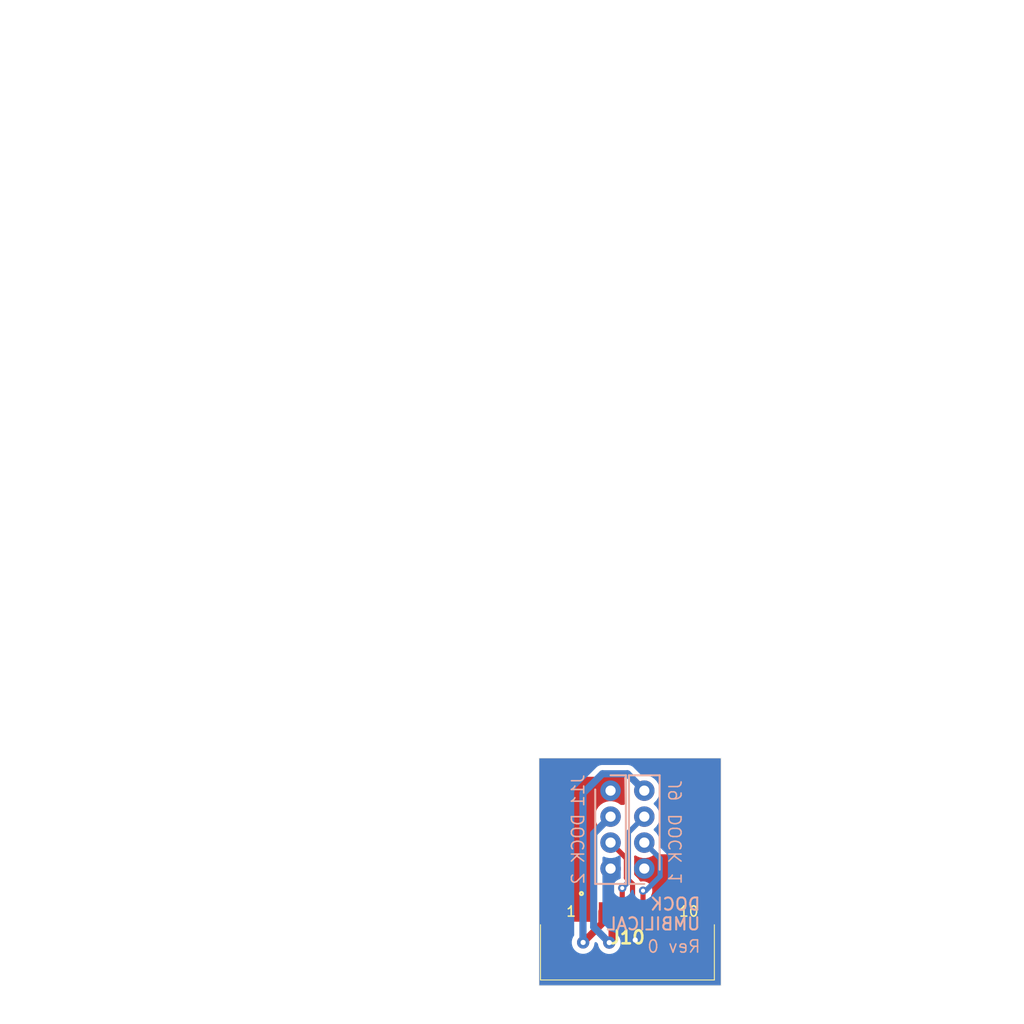
<source format=kicad_pcb>
(kicad_pcb (version 20171130) (host pcbnew "(5.1.9)-1")

  (general
    (thickness 1.6)
    (drawings 13)
    (tracks 41)
    (zones 0)
    (modules 3)
    (nets 9)
  )

  (page A4)
  (layers
    (0 F.Cu signal)
    (31 B.Cu signal)
    (32 B.Adhes user)
    (33 F.Adhes user)
    (34 B.Paste user)
    (35 F.Paste user)
    (36 B.SilkS user)
    (37 F.SilkS user)
    (38 B.Mask user)
    (39 F.Mask user)
    (40 Dwgs.User user)
    (41 Cmts.User user)
    (42 Eco1.User user)
    (43 Eco2.User user)
    (44 Edge.Cuts user)
    (45 Margin user)
    (46 B.CrtYd user)
    (47 F.CrtYd user)
    (48 B.Fab user)
    (49 F.Fab user)
  )

  (setup
    (last_trace_width 0.7)
    (user_trace_width 0.5)
    (user_trace_width 0.7)
    (user_trace_width 0.8)
    (user_trace_width 0.9)
    (user_trace_width 1)
    (user_trace_width 1.5)
    (user_trace_width 1.9)
    (user_trace_width 2)
    (user_trace_width 3)
    (user_trace_width 4)
    (trace_clearance 0.3)
    (zone_clearance 0.508)
    (zone_45_only no)
    (trace_min 0.2)
    (via_size 0.8)
    (via_drill 0.4)
    (via_min_size 0.4)
    (via_min_drill 0.3)
    (user_via 1.2 0.5)
    (user_via 2 1)
    (user_via 3 1.5)
    (user_via 4 2)
    (uvia_size 0.3)
    (uvia_drill 0.1)
    (uvias_allowed no)
    (uvia_min_size 0.2)
    (uvia_min_drill 0.1)
    (edge_width 0.05)
    (segment_width 0.2)
    (pcb_text_width 0.3)
    (pcb_text_size 1.5 1.5)
    (mod_edge_width 0.12)
    (mod_text_size 1 1)
    (mod_text_width 0.15)
    (pad_size 1.8 3.9)
    (pad_drill 0)
    (pad_to_mask_clearance 0)
    (aux_axis_origin 0 0)
    (visible_elements 7FFFFFFF)
    (pcbplotparams
      (layerselection 0x010fc_ffffffff)
      (usegerberextensions false)
      (usegerberattributes true)
      (usegerberadvancedattributes true)
      (creategerberjobfile true)
      (excludeedgelayer true)
      (linewidth 0.100000)
      (plotframeref false)
      (viasonmask false)
      (mode 1)
      (useauxorigin false)
      (hpglpennumber 1)
      (hpglpenspeed 20)
      (hpglpendiameter 15.000000)
      (psnegative false)
      (psa4output false)
      (plotreference true)
      (plotvalue true)
      (plotinvisibletext false)
      (padsonsilk false)
      (subtractmaskfromsilk false)
      (outputformat 1)
      (mirror false)
      (drillshape 1)
      (scaleselection 1)
      (outputdirectory ""))
  )

  (net 0 "")
  (net 1 /AUX0_2)
  (net 2 /3V3_2)
  (net 3 /GND1_2)
  (net 4 /24V_2)
  (net 5 /HEATER_OUT_2)
  (net 6 /THERM_OUT_2)
  (net 7 /GND_2)
  (net 8 /V_AUX0_2)

  (net_class Default "This is the default net class."
    (clearance 0.3)
    (trace_width 0.3)
    (via_dia 0.8)
    (via_drill 0.4)
    (uvia_dia 0.3)
    (uvia_drill 0.1)
    (add_net /24V_2)
    (add_net /3V3_2)
    (add_net /AUX0_2)
    (add_net /GND1_2)
    (add_net /GND_2)
    (add_net /HEATER_OUT_2)
    (add_net /THERM_OUT_2)
    (add_net /V_AUX0_2)
  )

  (module 0c-boards:ZF1-10-XX-ZZ-WT-TR (layer F.Cu) (tedit 6005BB57) (tstamp 60089AD0)
    (at 176.276 114.046)
    (descr ZF1-10-XX-ZZ-WT-TR)
    (tags Connector)
    (path /6008D6D2)
    (attr smd)
    (fp_text reference J10 (at 0 2.54) (layer F.SilkS)
      (effects (font (size 1.27 1.27) (thickness 0.254)))
    )
    (fp_text value ZF1-10-01-T-WT-TR (at 0 5.207) (layer F.Fab)
      (effects (font (size 1.27 1.27) (thickness 0.254)))
    )
    (fp_line (start -8.5 1.3) (end 8.5 1.3) (layer F.Fab) (width 0.2))
    (fp_line (start 8.5 1.3) (end 8.5 6.7) (layer F.Fab) (width 0.2))
    (fp_line (start 8.5 6.7) (end -8.5 6.7) (layer F.Fab) (width 0.2))
    (fp_line (start -8.5 6.7) (end -8.5 1.3) (layer F.Fab) (width 0.2))
    (fp_line (start 8.5 1.3) (end 8.5 6.7) (layer F.SilkS) (width 0.1))
    (fp_line (start 8.5 6.7) (end -8.5 6.7) (layer F.SilkS) (width 0.1))
    (fp_line (start -8.5 6.7) (end -8.5 1.3) (layer F.SilkS) (width 0.1))
    (fp_line (start -9.7 -2.85) (end 9.7 -2.85) (layer F.CrtYd) (width 0.05))
    (fp_line (start 9.7 -2.85) (end 9.7 7.9) (layer F.CrtYd) (width 0.05))
    (fp_line (start 9.7 7.9) (end -9.7 7.9) (layer F.CrtYd) (width 0.05))
    (fp_line (start -9.7 7.9) (end -9.7 -2.85) (layer F.CrtYd) (width 0.05))
    (fp_circle (center -4.5 -1.75) (end -4.5 -1.7) (layer F.SilkS) (width 0.2))
    (fp_text user 10 (at 6 0) (layer F.SilkS)
      (effects (font (size 1 1) (thickness 0.15)))
    )
    (fp_text user 1 (at -5.5 0) (layer F.SilkS)
      (effects (font (size 1 1) (thickness 0.15)))
    )
    (fp_text user %R (at 0 2.54) (layer F.Fab)
      (effects (font (size 1.27 1.27) (thickness 0.254)))
    )
    (pad 12 smd rect (at 7.1 2.54) (size 2.2 2.5) (layers F.Cu F.Paste F.Mask))
    (pad 11 smd rect (at -7.1 2.54) (size 2.2 2.5) (layers F.Cu F.Paste F.Mask))
    (pad 10 smd rect (at 4.5 0) (size 0.6 1.8) (layers F.Cu F.Paste F.Mask)
      (net 5 /HEATER_OUT_2))
    (pad 9 smd rect (at 3.5 0) (size 0.6 1.8) (layers F.Cu F.Paste F.Mask)
      (net 5 /HEATER_OUT_2))
    (pad 8 smd rect (at 2.5 0) (size 0.6 1.8) (layers F.Cu F.Paste F.Mask)
      (net 7 /GND_2))
    (pad 7 smd rect (at 1.5 0) (size 0.6 1.8) (layers F.Cu F.Paste F.Mask)
      (net 3 /GND1_2))
    (pad 6 smd rect (at 0.5 0) (size 0.6 1.8) (layers F.Cu F.Paste F.Mask)
      (net 6 /THERM_OUT_2))
    (pad 5 smd rect (at -0.5 0) (size 0.6 1.8) (layers F.Cu F.Paste F.Mask)
      (net 2 /3V3_2))
    (pad 4 smd rect (at -1.5 0) (size 0.6 1.8) (layers F.Cu F.Paste F.Mask)
      (net 8 /V_AUX0_2))
    (pad 3 smd rect (at -2.5 0) (size 0.6 1.8) (layers F.Cu F.Paste F.Mask)
      (net 1 /AUX0_2))
    (pad 2 smd rect (at -3.5 0) (size 0.6 1.8) (layers F.Cu F.Paste F.Mask)
      (net 4 /24V_2))
    (pad 1 smd rect (at -4.5 0) (size 0.6 1.8) (layers F.Cu F.Paste F.Mask)
      (net 4 /24V_2))
    (model "D:/Users/Dave/Documents/3D Printing/Cube Zero/Electronics/switcher/c-boards/c-boards.pretty/ZF1-10-01-T-WT-TR.stp"
      (offset (xyz 0 -6.7 1.5))
      (scale (xyz 1 1 1))
      (rotate (xyz -90 0 0))
    )
  )

  (module 0c-boards:811-S1-004-10-017101 (layer B.Cu) (tedit 60040630) (tstamp 600CD6DF)
    (at 174.625 106.045 270)
    (descr "Preci-Dip 8x1 Spring Pin Thru Hole 2.54mm Header")
    (path /6008CF04)
    (fp_text reference J11 (at -3.81 3.175 270) (layer B.SilkS)
      (effects (font (size 1.2 1.2) (thickness 0.15)) (justify mirror))
    )
    (fp_text value "DOCK 2" (at 1.905 3.175 90) (layer B.SilkS)
      (effects (font (size 1.2 1.2) (thickness 0.15)) (justify mirror))
    )
    (fp_line (start -3.92 1.5) (end 5.31 1.5) (layer B.SilkS) (width 0.2))
    (fp_line (start 5.31 1.5) (end 5.31 -1.5) (layer B.SilkS) (width 0.2))
    (fp_line (start 5.31 -1.5) (end -5.31 -1.5) (layer B.SilkS) (width 0.2))
    (fp_line (start -5.31 -1.5) (end -5.31 0) (layer B.SilkS) (width 0.2))
    (fp_line (start -5.06 1.25) (end 5.06 1.25) (layer B.CrtYd) (width 0.05))
    (fp_line (start 5.06 1.25) (end 5.06 -1.25) (layer B.CrtYd) (width 0.05))
    (fp_line (start 5.06 -1.25) (end -5.06 -1.25) (layer B.CrtYd) (width 0.05))
    (fp_line (start -5.06 -1.25) (end -5.06 1.25) (layer B.CrtYd) (width 0.05))
    (pad 1 thru_hole circle (at -3.81 0 270) (size 2 2) (drill 1) (layers *.Cu *.Mask)
      (net 4 /24V_2))
    (pad 2 thru_hole circle (at -1.27 0 270) (size 2 2) (drill 1) (layers *.Cu *.Mask)
      (net 8 /V_AUX0_2))
    (pad 3 thru_hole circle (at 1.27 0 270) (size 2 2) (drill 1) (layers *.Cu *.Mask)
      (net 6 /THERM_OUT_2))
    (pad 4 thru_hole circle (at 3.81 0 270) (size 2 2) (drill 1) (layers *.Cu *.Mask)
      (net 7 /GND_2))
    (model "D:/Users/Dave/Documents/3D Printing/Cube Zero/Electronics/switcher/c-boards/c-boards.pretty/811-S1-004-10-017.step"
      (offset (xyz -3.82 0 0))
      (scale (xyz 1 1 1))
      (rotate (xyz 0 0 0))
    )
  )

  (module 0c-boards:811-S1-004-10-017101 (layer B.Cu) (tedit 60040630) (tstamp 600CD6A2)
    (at 177.925 106.045 90)
    (descr "Preci-Dip 8x1 Spring Pin Thru Hole 2.54mm Header")
    (path /6008C108)
    (fp_text reference J9 (at 3.81 3.05 270) (layer B.SilkS)
      (effects (font (size 1.2 1.2) (thickness 0.15)) (justify mirror))
    )
    (fp_text value "DOCK 1" (at -1.905 3.05 90) (layer B.SilkS)
      (effects (font (size 1.2 1.2) (thickness 0.15)) (justify mirror))
    )
    (fp_line (start -3.92 1.5) (end 5.31 1.5) (layer B.SilkS) (width 0.2))
    (fp_line (start 5.31 1.5) (end 5.31 -1.5) (layer B.SilkS) (width 0.2))
    (fp_line (start 5.31 -1.5) (end -5.31 -1.5) (layer B.SilkS) (width 0.2))
    (fp_line (start -5.31 -1.5) (end -5.31 0) (layer B.SilkS) (width 0.2))
    (fp_line (start -5.06 1.25) (end 5.06 1.25) (layer B.CrtYd) (width 0.05))
    (fp_line (start 5.06 1.25) (end 5.06 -1.25) (layer B.CrtYd) (width 0.05))
    (fp_line (start 5.06 -1.25) (end -5.06 -1.25) (layer B.CrtYd) (width 0.05))
    (fp_line (start -5.06 -1.25) (end -5.06 1.25) (layer B.CrtYd) (width 0.05))
    (pad 1 thru_hole circle (at -3.81 0 90) (size 2 2) (drill 1) (layers *.Cu *.Mask)
      (net 5 /HEATER_OUT_2))
    (pad 2 thru_hole circle (at -1.27 0 90) (size 2 2) (drill 1) (layers *.Cu *.Mask)
      (net 3 /GND1_2))
    (pad 3 thru_hole circle (at 1.27 0 90) (size 2 2) (drill 1) (layers *.Cu *.Mask)
      (net 2 /3V3_2))
    (pad 4 thru_hole circle (at 3.81 0 90) (size 2 2) (drill 1) (layers *.Cu *.Mask)
      (net 1 /AUX0_2))
    (model "D:/Users/Dave/Documents/3D Printing/Cube Zero/Electronics/switcher/c-boards/c-boards.pretty/811-S1-004-10-017.step"
      (offset (xyz -3.82 0 0))
      (scale (xyz 1 1 1))
      (rotate (xyz 0 0 0))
    )
  )

  (gr_line (start 185.42 121.285) (end 185.42 99.06) (layer Edge.Cuts) (width 0.05) (tstamp 600D9106))
  (gr_line (start 167.64 121.285) (end 185.42 121.285) (layer Edge.Cuts) (width 0.05))
  (gr_line (start 167.64 99.06) (end 167.64 121.285) (layer Edge.Cuts) (width 0.05) (tstamp 600D92FB))
  (gr_line (start 185.42 99.06) (end 167.64 99.06) (layer Edge.Cuts) (width 0.05))
  (gr_text "CUBE ZERO" (at 183.515 120.015) (layer B.Mask) (tstamp 60095F5B)
    (effects (font (size 1.5 1.5) (thickness 0.2)) (justify left mirror))
  )
  (gr_line (start 115 25) (end 115 125) (layer Dwgs.User) (width 0.15) (tstamp 6009DBB7))
  (gr_line (start 115 125) (end 215 125) (layer Dwgs.User) (width 0.15))
  (gr_line (start 215 125) (end 215 25) (layer Dwgs.User) (width 0.15))
  (gr_line (start 215 25) (end 115 25) (layer Dwgs.User) (width 0.15) (tstamp 6009DBBA))
  (gr_poly (pts (xy 179.832 114.8715) (xy 179.832 113.1951) (xy 180.7972 113.1951) (xy 180.7972 114.8715)) (layer F.Mask) (width 0.1) (tstamp 60095F7C))
  (gr_poly (pts (xy 172.7835 113.1951) (xy 172.7835 114.8715) (xy 171.8183 114.8715) (xy 171.8183 113.1951)) (layer F.Mask) (width 0.1) (tstamp 60095F8E))
  (gr_text "Rev 0" (at 183.515 117.475) (layer B.SilkS) (tstamp 60095F5E)
    (effects (font (size 1.2 1.2) (thickness 0.15)) (justify left mirror))
  )
  (gr_text "DOCK\nUMBILICAL" (at 183.515 114.3) (layer B.SilkS) (tstamp 60095F61)
    (effects (font (size 1.2 1.2) (thickness 0.2)) (justify left mirror))
  )

  (segment (start 173.832999 100.584999) (end 171.927272 102.490726) (width 0.7) (layer B.Cu) (net 1))
  (segment (start 171.927272 102.490726) (end 171.927272 116.856725) (width 0.7) (layer B.Cu) (net 1) (tstamp 600D8F4B))
  (segment (start 176.274999 100.584999) (end 173.832999 100.584999) (width 0.7) (layer B.Cu) (net 1))
  (segment (start 177.925 102.235) (end 176.274999 100.584999) (width 0.7) (layer B.Cu) (net 1))
  (segment (start 173.776 115.245272) (end 171.942636 117.078636) (width 0.7) (layer F.Cu) (net 1))
  (segment (start 173.776 114.046) (end 173.776 115.245272) (width 0.7) (layer F.Cu) (net 1))
  (segment (start 171.927272 116.856725) (end 171.927272 117.063272) (width 0.7) (layer B.Cu) (net 1))
  (segment (start 171.942636 117.078636) (end 171.927272 117.094) (width 0.7) (layer F.Cu) (net 1) (tstamp 600D8E6F))
  (via (at 171.942636 117.078636) (size 1.2) (drill 0.5) (layers F.Cu B.Cu) (net 1))
  (via (at 175.768 111.76) (size 0.8) (drill 0.4) (layers F.Cu B.Cu) (net 2))
  (segment (start 176.374999 111.153001) (end 175.768 111.76) (width 0.5) (layer B.Cu) (net 2))
  (segment (start 176.374999 106.325001) (end 176.374999 111.153001) (width 0.5) (layer B.Cu) (net 2))
  (segment (start 177.925 104.775) (end 176.374999 106.325001) (width 0.5) (layer B.Cu) (net 2))
  (segment (start 175.768 114.038) (end 175.776 114.046) (width 0.5) (layer F.Cu) (net 2))
  (segment (start 175.768 111.76) (end 175.768 114.038) (width 0.5) (layer F.Cu) (net 2))
  (via (at 177.8 112.014) (size 0.8) (drill 0.4) (layers F.Cu B.Cu) (net 3))
  (segment (start 178.060002 112.014) (end 177.8 112.014) (width 0.5) (layer B.Cu) (net 3))
  (segment (start 179.475001 110.599001) (end 178.060002 112.014) (width 0.5) (layer B.Cu) (net 3))
  (segment (start 179.475001 108.865001) (end 179.475001 110.599001) (width 0.5) (layer B.Cu) (net 3))
  (segment (start 177.925 107.315) (end 179.475001 108.865001) (width 0.5) (layer B.Cu) (net 3))
  (segment (start 177.8 114.022) (end 177.776 114.046) (width 0.5) (layer F.Cu) (net 3))
  (segment (start 177.8 112.014) (end 177.8 114.022) (width 0.5) (layer F.Cu) (net 3))
  (segment (start 176.776 111.361998) (end 176.776 114.046) (width 0.5) (layer F.Cu) (net 6))
  (segment (start 176.175001 110.760999) (end 176.776 111.361998) (width 0.5) (layer F.Cu) (net 6))
  (segment (start 176.175001 108.865001) (end 176.175001 110.760999) (width 0.5) (layer F.Cu) (net 6))
  (segment (start 174.625 107.315) (end 176.175001 108.865001) (width 0.5) (layer F.Cu) (net 6))
  (segment (start 174.625 114.427) (end 177.038 116.84) (width 0.7) (layer B.Cu) (net 7))
  (segment (start 174.625 109.855) (end 174.625 114.427) (width 0.7) (layer B.Cu) (net 7))
  (segment (start 178.776 116.516213) (end 178.776 114.046) (width 0.7) (layer F.Cu) (net 7))
  (segment (start 178.452213 116.84) (end 178.776 116.516213) (width 0.7) (layer F.Cu) (net 7))
  (segment (start 177.038 116.84) (end 178.452213 116.84) (width 0.7) (layer F.Cu) (net 7))
  (segment (start 177.038 116.84) (end 177.038 116.84) (width 0.7) (layer B.Cu) (net 7) (tstamp 600D8E6B))
  (via (at 177.038 116.84) (size 1.2) (drill 0.5) (layers F.Cu B.Cu) (net 7))
  (segment (start 172.974999 106.425001) (end 172.974999 115.570999) (width 0.7) (layer B.Cu) (net 8))
  (segment (start 174.625 104.775) (end 172.974999 106.425001) (width 0.7) (layer B.Cu) (net 8))
  (segment (start 174.776 116.308) (end 174.776 114.046) (width 0.7) (layer F.Cu) (net 8))
  (segment (start 172.974999 115.570999) (end 174.498 117.094) (width 0.7) (layer B.Cu) (net 8))
  (segment (start 174.776 116.308) (end 174.776 116.816) (width 0.7) (layer F.Cu) (net 8))
  (segment (start 174.776 116.816) (end 174.498 117.094) (width 0.7) (layer F.Cu) (net 8))
  (segment (start 174.498 117.094) (end 174.498 117.094) (width 0.7) (layer B.Cu) (net 8) (tstamp 600D8E6D))
  (via (at 174.498 117.094) (size 1.2) (drill 0.5) (layers F.Cu B.Cu) (net 8))

  (zone (net 5) (net_name /HEATER_OUT_2) (layer F.Cu) (tstamp 0) (hatch edge 0.508)
    (connect_pads yes (clearance 0.508))
    (min_thickness 0.254)
    (fill yes (arc_segments 32) (thermal_gap 0.508) (thermal_bridge_width 0.508))
    (polygon
      (pts
        (xy 182.88 115.57) (xy 176.53 115.57) (xy 176.53 108.458) (xy 180.594 108.458) (xy 182.88 110.744)
      )
    )
    (filled_polygon
      (pts
        (xy 182.753 110.796606) (xy 182.753 114.697928) (xy 182.276 114.697928) (xy 182.151518 114.710188) (xy 182.03182 114.746498)
        (xy 181.921506 114.805463) (xy 181.824815 114.884815) (xy 181.745463 114.981506) (xy 181.686498 115.09182) (xy 181.650188 115.211518)
        (xy 181.637928 115.336) (xy 181.637928 115.443) (xy 179.761 115.443) (xy 179.761 113.99762) (xy 179.746747 113.852906)
        (xy 179.714072 113.74519) (xy 179.714072 113.146) (xy 179.701812 113.021518) (xy 179.665502 112.90182) (xy 179.606537 112.791506)
        (xy 179.527185 112.694815) (xy 179.430494 112.615463) (xy 179.32018 112.556498) (xy 179.200482 112.520188) (xy 179.076 112.507928)
        (xy 178.714751 112.507928) (xy 178.717205 112.504256) (xy 178.795226 112.315898) (xy 178.835 112.115939) (xy 178.835 111.912061)
        (xy 178.795226 111.712102) (xy 178.717205 111.523744) (xy 178.603937 111.354226) (xy 178.459774 111.210063) (xy 178.290256 111.096795)
        (xy 178.101898 111.018774) (xy 177.901939 110.979) (xy 177.698061 110.979) (xy 177.586622 111.001166) (xy 177.515411 110.867939)
        (xy 177.404817 110.733181) (xy 177.37105 110.705469) (xy 177.060001 110.394421) (xy 177.060001 108.908466) (xy 177.064282 108.865)
        (xy 177.060001 108.821534) (xy 177.060001 108.821524) (xy 177.04755 108.695104) (xy 177.150537 108.763918) (xy 177.448088 108.887168)
        (xy 177.763967 108.95) (xy 178.086033 108.95) (xy 178.401912 108.887168) (xy 178.699463 108.763918) (xy 178.967233 108.585)
        (xy 180.541394 108.585)
      )
    )
  )
  (zone (net 4) (net_name /24V_2) (layer F.Cu) (tstamp 600D8E82) (hatch edge 0.508)
    (connect_pads yes (clearance 0.508))
    (min_thickness 0.254)
    (fill yes (arc_segments 32) (thermal_gap 0.508) (thermal_bridge_width 0.508))
    (polygon
      (pts
        (xy 169.672 115.041629) (xy 173.228 115.062) (xy 173.334101 104.648) (xy 173.99 103.632) (xy 176.022 103.632)
        (xy 175.981257 100.878743) (xy 172.212 100.878743) (xy 169.672 103.378)
      )
    )
    (filled_polygon
      (pts
        (xy 175.893107 103.505) (xy 175.667233 103.505) (xy 175.399463 103.326082) (xy 175.101912 103.202832) (xy 174.786033 103.14)
        (xy 174.463967 103.14) (xy 174.148088 103.202832) (xy 173.850537 103.326082) (xy 173.582748 103.505013) (xy 173.355013 103.732748)
        (xy 173.176082 104.000537) (xy 173.052832 104.298088) (xy 172.99 104.613967) (xy 172.99 104.936033) (xy 173.052832 105.251912)
        (xy 173.176082 105.549463) (xy 173.197583 105.581641) (xy 173.187995 106.522708) (xy 173.176082 106.540537) (xy 173.052832 106.838088)
        (xy 172.99 107.153967) (xy 172.99 107.476033) (xy 173.052832 107.791912) (xy 173.172129 108.07992) (xy 173.161578 109.115553)
        (xy 173.052832 109.378088) (xy 172.99 109.693967) (xy 172.99 110.016033) (xy 173.052832 110.331912) (xy 173.146872 110.558945)
        (xy 173.125944 112.613091) (xy 173.121506 112.615463) (xy 173.024815 112.694815) (xy 172.945463 112.791506) (xy 172.886498 112.90182)
        (xy 172.850188 113.021518) (xy 172.837928 113.146) (xy 172.837928 113.745191) (xy 172.805253 113.852907) (xy 172.791 113.997621)
        (xy 172.791001 114.837271) (xy 172.69632 114.931952) (xy 170.756751 114.920841) (xy 170.727185 114.884815) (xy 170.630494 114.805463)
        (xy 170.52018 114.746498) (xy 170.400482 114.710188) (xy 170.276 114.697928) (xy 169.799 114.697928) (xy 169.799 103.431208)
        (xy 172.264005 101.005743) (xy 175.856123 101.005743)
      )
    )
  )
  (zone (net 7) (net_name /GND_2) (layer B.Cu) (tstamp 0) (hatch edge 0.508)
    (connect_pads yes (clearance 0.508))
    (min_thickness 0.254)
    (fill yes (arc_segments 32) (thermal_gap 0.508) (thermal_bridge_width 0.508))
    (polygon
      (pts
        (xy 185.42 121.285) (xy 167.64 121.285) (xy 167.64 99.06) (xy 185.42 99.06)
      )
    )
    (filled_polygon
      (pts
        (xy 185.293 121.158) (xy 167.767 121.158) (xy 167.767 116.956999) (xy 170.707636 116.956999) (xy 170.707636 117.200273)
        (xy 170.755096 117.438872) (xy 170.848193 117.663628) (xy 170.983349 117.865903) (xy 171.155369 118.037923) (xy 171.357644 118.173079)
        (xy 171.5824 118.266176) (xy 171.820999 118.313636) (xy 172.064273 118.313636) (xy 172.302872 118.266176) (xy 172.527628 118.173079)
        (xy 172.729903 118.037923) (xy 172.901923 117.865903) (xy 173.037079 117.663628) (xy 173.130176 117.438872) (xy 173.177636 117.200273)
        (xy 173.177636 117.166637) (xy 173.272029 117.26103) (xy 173.31046 117.454236) (xy 173.403557 117.678992) (xy 173.538713 117.881267)
        (xy 173.710733 118.053287) (xy 173.913008 118.188443) (xy 174.137764 118.28154) (xy 174.376363 118.329) (xy 174.619637 118.329)
        (xy 174.858236 118.28154) (xy 175.082992 118.188443) (xy 175.285267 118.053287) (xy 175.457287 117.881267) (xy 175.592443 117.678992)
        (xy 175.68554 117.454236) (xy 175.733 117.215637) (xy 175.733 116.972363) (xy 175.68554 116.733764) (xy 175.592443 116.509008)
        (xy 175.457287 116.306733) (xy 175.285267 116.134713) (xy 175.082992 115.999557) (xy 174.858236 115.90646) (xy 174.66503 115.868029)
        (xy 173.959999 115.162999) (xy 173.959999 108.809259) (xy 174.148088 108.887168) (xy 174.463967 108.95) (xy 174.786033 108.95)
        (xy 175.101912 108.887168) (xy 175.399463 108.763918) (xy 175.489999 108.703423) (xy 175.49 110.76002) (xy 175.466102 110.764774)
        (xy 175.277744 110.842795) (xy 175.108226 110.956063) (xy 174.964063 111.100226) (xy 174.850795 111.269744) (xy 174.772774 111.458102)
        (xy 174.733 111.658061) (xy 174.733 111.861939) (xy 174.772774 112.061898) (xy 174.850795 112.250256) (xy 174.964063 112.419774)
        (xy 175.108226 112.563937) (xy 175.277744 112.677205) (xy 175.466102 112.755226) (xy 175.666061 112.795) (xy 175.869939 112.795)
        (xy 176.069898 112.755226) (xy 176.258256 112.677205) (xy 176.427774 112.563937) (xy 176.571937 112.419774) (xy 176.685205 112.250256)
        (xy 176.763226 112.061898) (xy 176.765 112.052979) (xy 176.765 112.115939) (xy 176.804774 112.315898) (xy 176.882795 112.504256)
        (xy 176.996063 112.673774) (xy 177.140226 112.817937) (xy 177.309744 112.931205) (xy 177.498102 113.009226) (xy 177.698061 113.049)
        (xy 177.901939 113.049) (xy 178.101898 113.009226) (xy 178.290256 112.931205) (xy 178.459774 112.817937) (xy 178.490127 112.787584)
        (xy 178.554061 112.753411) (xy 178.688819 112.642817) (xy 178.716536 112.609044) (xy 180.07005 111.255531) (xy 180.103818 111.227818)
        (xy 180.165219 111.153002) (xy 180.214412 111.09306) (xy 180.275104 110.979512) (xy 180.29659 110.939314) (xy 180.347196 110.772491)
        (xy 180.360001 110.642478) (xy 180.360001 110.64247) (xy 180.364282 110.599001) (xy 180.360001 110.555532) (xy 180.360001 108.908466)
        (xy 180.364282 108.865) (xy 180.360001 108.821534) (xy 180.360001 108.821524) (xy 180.347196 108.691511) (xy 180.29659 108.524688)
        (xy 180.214412 108.370942) (xy 180.190211 108.341453) (xy 180.131533 108.269954) (xy 180.131531 108.269952) (xy 180.103818 108.236184)
        (xy 180.070051 108.208472) (xy 179.523104 107.661525) (xy 179.56 107.476033) (xy 179.56 107.153967) (xy 179.497168 106.838088)
        (xy 179.373918 106.540537) (xy 179.194987 106.272748) (xy 178.967252 106.045013) (xy 178.967233 106.045) (xy 178.967252 106.044987)
        (xy 179.194987 105.817252) (xy 179.373918 105.549463) (xy 179.497168 105.251912) (xy 179.56 104.936033) (xy 179.56 104.613967)
        (xy 179.497168 104.298088) (xy 179.373918 104.000537) (xy 179.194987 103.732748) (xy 178.967252 103.505013) (xy 178.967233 103.505)
        (xy 178.967252 103.504987) (xy 179.194987 103.277252) (xy 179.373918 103.009463) (xy 179.497168 102.711912) (xy 179.56 102.396033)
        (xy 179.56 102.073967) (xy 179.497168 101.758088) (xy 179.373918 101.460537) (xy 179.194987 101.192748) (xy 178.967252 100.965013)
        (xy 178.699463 100.786082) (xy 178.401912 100.662832) (xy 178.086033 100.6) (xy 177.763967 100.6) (xy 177.696434 100.613433)
        (xy 177.005715 99.922715) (xy 176.974869 99.885129) (xy 176.824883 99.762039) (xy 176.653766 99.670575) (xy 176.468093 99.614252)
        (xy 176.323379 99.599999) (xy 176.274999 99.595234) (xy 176.226619 99.599999) (xy 173.881379 99.599999) (xy 173.832999 99.595234)
        (xy 173.784619 99.599999) (xy 173.639905 99.614252) (xy 173.454232 99.670575) (xy 173.283115 99.762039) (xy 173.133129 99.885129)
        (xy 173.102288 99.922709) (xy 171.264988 101.76001) (xy 171.227402 101.790856) (xy 171.104312 101.940842) (xy 171.033156 102.073967)
        (xy 171.012848 102.11196) (xy 170.956525 102.297633) (xy 170.937507 102.490726) (xy 170.942272 102.539106) (xy 170.942273 116.352844)
        (xy 170.848193 116.493644) (xy 170.755096 116.7184) (xy 170.707636 116.956999) (xy 167.767 116.956999) (xy 167.767 99.187)
        (xy 185.293 99.187)
      )
    )
  )
)

</source>
